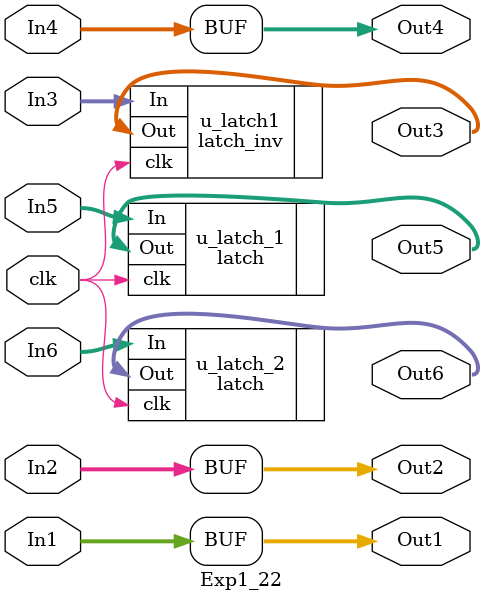
<source format=v>



`timescale 1 ns / 1 ns

module Exp1_22
          (clk,
           In1,
           In2,
           In3,
           In4,
           In5,
           In6,
           Out1,
           Out2,
           Out3,
           Out4,
           Out5,
           Out6);


  input   clk;
  input   [31:0] In1;  // uint32
  input   [31:0] In2;  // uint32
  input   [31:0] In3;  // uint32
  input   [31:0] In4;  // uint32
  input   [31:0] In5;  // uint32
  input   [31:0] In6;  // uint32
  output  [31:0] Out1;  // uint32
  output  [31:0] Out2;  // uint32
  output  [31:0] Out3;  // uint32
  output  [31:0] Out4;  // uint32
  output  [31:0] Out5;  // uint32
  output  [31:0] Out6;  // uint32


  reg [31:0] Delay9_out1;  // uint32
  reg [31:0] Delay8_out1;  // uint32
  reg [31:0] Delay3_out1;  // uint32
  reg [31:0] Delay2_out1;  // uint32


  assign Out1 = In1;

  assign Out2 = In2;

 latch_inv u_latch1 (.clk(clk),.In(In3),.Out(Out3));


 latch u_latch_1(.clk(clk),.In(In5),.Out(Out5));
 latch u_latch_2(.clk(clk),.In(In6),.Out(Out6));


  assign Out4 = In4;

 
endmodule  // Exp1_22


</source>
